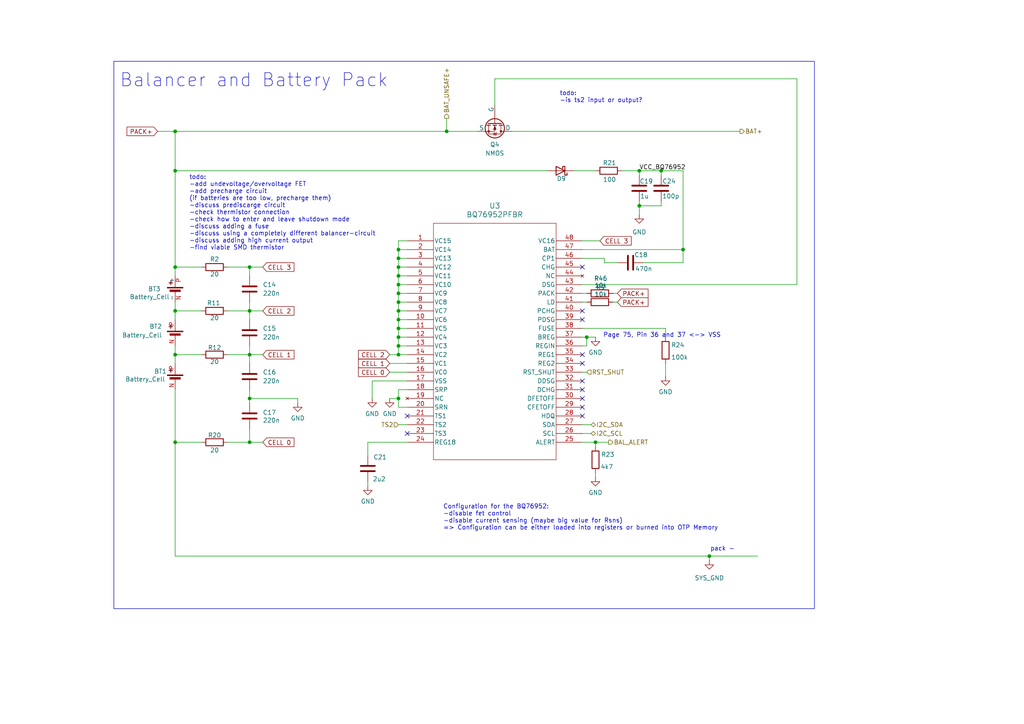
<source format=kicad_sch>
(kicad_sch (version 20250114) (generator "eeschema") (generator_version "9.0")
  (paper "A4")
  (lib_symbols
    (symbol "Battery_Cell_1" (pin_names (offset 0))
      (property "Reference" "BT1" (at 3.81 3.1116 0))
      (property "Value" "Battery_Cell" (at 3.81 0.5716 0))
      (symbol "Battery_Cell_1_0_1"
        (rectangle (start -2.286 1.778) (end 2.286 1.524) (fill (type outline)))
        (rectangle (start -1.524 1.016) (end 1.524 0.508) (fill (type outline)))
        (polyline (pts (xy 0 1.778) (xy 0 2.54)))
        (polyline (pts (xy 0 0.762) (xy 0 0)))
        (polyline (pts (xy 0.762 3.048) (xy 1.778 3.048)) (stroke (width 0.254)))
        (polyline (pts (xy 1.27 3.556) (xy 1.27 2.54)) (stroke (width 0.254)))
      )
      (symbol "Battery_Cell_1_1_1"
        (pin passive line (at 0 5.08 270) (length 2.54) (name "+") (number "P"))
        (pin passive line (at 0 -2.54 90) (length 2.54) (name "-") (number "N"))
      )
    )
    (symbol "Battery_Cell_2" (pin_names (offset 0) (hide yes))
      (property "Reference" "BT2" (at 3.81 3.1116 0))
      (property "Value" "Battery_Cell" (at 3.81 0.5716 0))
      (symbol "Battery_Cell_2_0_1"
        (rectangle (start -2.286 1.778) (end 2.286 1.524) (fill (type outline)))
        (rectangle (start -1.524 1.016) (end 1.524 0.508) (fill (type outline)))
        (polyline (pts (xy 0 1.778) (xy 0 2.54)))
        (polyline (pts (xy 0 0.762) (xy 0 0)))
        (polyline (pts (xy 0.762 3.048) (xy 1.778 3.048)) (stroke (width 0.254)))
        (polyline (pts (xy 1.27 3.556) (xy 1.27 2.54)) (stroke (width 0.254)))
      )
      (symbol "Battery_Cell_2_1_1"
        (pin passive line (at 0 5.08 270) (length 2.54) (name "+") (number "P"))
        (pin passive line (at 0 -2.54 90) (length 2.54) (name "-") (number "N"))
      )
    )
    (symbol "Device:Battery_Cell" (pin_names (offset 0) (hide yes))
      (property "Reference" "BT3" (at 3.81 3.1116 0))
      (property "Value" "Battery_Cell" (at 3.81 0.5716 0))
      (symbol "Battery_Cell_0_1"
        (rectangle (start -2.286 1.778) (end 2.286 1.524) (fill (type outline)))
        (rectangle (start -1.524 1.016) (end 1.524 0.508) (fill (type outline)))
        (polyline (pts (xy 0 1.778) (xy 0 2.54)))
        (polyline (pts (xy 0 0.762) (xy 0 0)))
        (polyline (pts (xy 0.762 3.048) (xy 1.778 3.048)) (stroke (width 0.254)))
        (polyline (pts (xy 1.27 3.556) (xy 1.27 2.54)) (stroke (width 0.254)))
      )
      (symbol "Battery_Cell_1_1"
        (pin passive line (at 0 5.08 270) (length 2.54) (name "+") (number "P"))
        (pin passive line (at 0 -2.54 90) (length 2.54) (name "-") (number "N"))
      )
    )
    (symbol "Device:C" (pin_numbers (hide yes)) (pin_names (offset 0.254))
      (property "Reference" "C" (at 0.635 2.54 0))
      (property "Value" "C" (at 0.635 -2.54 0))
      (symbol "C_0_1"
        (polyline (pts (xy -2.032 0.762) (xy 2.032 0.762)) (stroke (width 0.508)))
        (polyline (pts (xy -2.032 -0.762) (xy 2.032 -0.762)) (stroke (width 0.508)))
      )
      (symbol "C_1_1"
        (pin passive line (at 0 3.81 270) (length 2.794) (name "~") (number "1"))
        (pin passive line (at 0 -3.81 90) (length 2.794) (name "~") (number "2"))
      )
    )
    (symbol "Device:D_Schottky" (pin_numbers (hide yes)) (pin_names (offset 1.016) (hide yes))
      (property "Reference" "D" (at 0 2.54 0))
      (property "Value" "D_Schottky" (at 0 -2.54 0))
      (symbol "D_Schottky_0_1"
        (polyline (pts (xy -1.905 0.635) (xy -1.905 1.27) (xy -1.27 1.27) (xy -1.27 -1.27) (xy -0.635 -1.27) (xy -0.635 -0.635)) (stroke (width 0.254)))
        (polyline (pts (xy 1.27 1.27) (xy 1.27 -1.27) (xy -1.27 0) (xy 1.27 1.27)) (stroke (width 0.254)))
        (polyline (pts (xy 1.27 0) (xy -1.27 0)))
      )
      (symbol "D_Schottky_1_1"
        (pin passive line (at -3.81 0 0) (length 2.54) (name "K") (number "1"))
        (pin passive line (at 3.81 0 180) (length 2.54) (name "A") (number "2"))
      )
    )
    (symbol "Device:R" (pin_numbers (hide yes)) (pin_names (offset 0))
      (property "Reference" "R" (at 2.032 0 90))
      (property "Value" "R" (at 0 0 90))
      (symbol "R_0_1"
        (rectangle (start -1.016 -2.54) (end 1.016 2.54) (stroke (width 0.254)))
      )
      (symbol "R_1_1"
        (pin passive line (at 0 3.81 270) (length 1.27) (name "~") (number "1"))
        (pin passive line (at 0 -3.81 90) (length 1.27) (name "~") (number "2"))
      )
    )
    (symbol "Simulation_SPICE:NMOS" (pin_numbers (hide yes)) (pin_names (offset 0))
      (property "Reference" "Q" (at 5.08 1.27 0))
      (property "Value" "NMOS" (at 5.08 -1.27 0))
      (symbol "NMOS_0_1"
        (polyline (pts (xy 0.254 1.905) (xy 0.254 -1.905)) (stroke (width 0.254)))
        (polyline (pts (xy 0.254 0) (xy -2.54 0)))
        (polyline (pts (xy 0.762 2.286) (xy 0.762 1.27)) (stroke (width 0.254)))
        (polyline (pts (xy 0.762 0.508) (xy 0.762 -0.508)) (stroke (width 0.254)))
        (polyline (pts (xy 0.762 -1.27) (xy 0.762 -2.286)) (stroke (width 0.254)))
        (polyline (pts (xy 0.762 -1.778) (xy 3.302 -1.778) (xy 3.302 1.778) (xy 0.762 1.778)))
        (polyline (pts (xy 1.016 0) (xy 2.032 0.381) (xy 2.032 -0.381) (xy 1.016 0)) (fill (type outline)))
        (circle (center 1.651 0) (radius 2.794) (stroke (width 0.254)))
        (polyline (pts (xy 2.54 2.54) (xy 2.54 1.778)))
        (circle (center 2.54 1.778) (radius 0.254) (fill (type outline)))
        (circle (center 2.54 -1.778) (radius 0.254) (fill (type outline)))
        (polyline (pts (xy 2.54 -2.54) (xy 2.54 0) (xy 0.762 0)))
        (polyline (pts (xy 2.794 0.508) (xy 2.921 0.381) (xy 3.683 0.381) (xy 3.81 0.254)))
        (polyline (pts (xy 3.302 0.381) (xy 2.921 -0.254) (xy 3.683 -0.254) (xy 3.302 0.381)))
      )
      (symbol "NMOS_1_1"
        (pin input line (at -5.08 0 0) (length 2.54) (name "G") (number "2"))
        (pin passive line (at 2.54 5.08 270) (length 2.54) (name "D") (number "1"))
        (pin passive line (at 2.54 -5.08 90) (length 2.54) (name "S") (number "3"))
      )
    )
    (symbol "bq76952:BQ76952PFBR" (pin_names (offset 0.254))
      (property "Reference" "U" (at 25.4 10.16 0))
      (property "Value" "BQ76952PFBR" (at 25.4 7.62 0))
      (symbol "BQ76952PFBR_0_1"
        (polyline (pts (xy 7.62 5.08) (xy 7.62 -63.5)) (stroke (width 0.127)))
        (polyline (pts (xy 7.62 -63.5) (xy 43.18 -63.5)) (stroke (width 0.127)))
        (polyline (pts (xy 43.18 5.08) (xy 7.62 5.08)) (stroke (width 0.127)))
        (polyline (pts (xy 43.18 -63.5) (xy 43.18 5.08)) (stroke (width 0.127)))
        (pin bidirectional line (at 0 0 0) (length 7.62) (name "VC15") (number "1"))
        (pin bidirectional line (at 0 -2.54 0) (length 7.62) (name "VC14") (number "2"))
        (pin bidirectional line (at 0 -5.08 0) (length 7.62) (name "VC13") (number "3"))
        (pin bidirectional line (at 0 -7.62 0) (length 7.62) (name "VC12") (number "4"))
        (pin bidirectional line (at 0 -10.16 0) (length 7.62) (name "VC11") (number "5"))
        (pin bidirectional line (at 0 -12.7 0) (length 7.62) (name "VC10") (number "6"))
        (pin bidirectional line (at 0 -15.24 0) (length 7.62) (name "VC9") (number "7"))
        (pin bidirectional line (at 0 -17.78 0) (length 7.62) (name "VC8") (number "8"))
        (pin bidirectional line (at 0 -20.32 0) (length 7.62) (name "VC7") (number "9"))
        (pin bidirectional line (at 0 -22.86 0) (length 7.62) (name "VC6") (number "10"))
        (pin bidirectional line (at 0 -25.4 0) (length 7.62) (name "VC5") (number "11"))
        (pin bidirectional line (at 0 -27.94 0) (length 7.62) (name "VC4") (number "12"))
        (pin bidirectional line (at 0 -30.48 0) (length 7.62) (name "VC3") (number "13"))
        (pin bidirectional line (at 0 -33.02 0) (length 7.62) (name "VC2") (number "14"))
        (pin bidirectional line (at 0 -35.56 0) (length 7.62) (name "VC1") (number "15"))
        (pin bidirectional line (at 0 -38.1 0) (length 7.62) (name "VC0") (number "16"))
        (pin power_out line (at 0 -40.64 0) (length 7.62) (name "VSS") (number "17"))
        (pin unspecified line (at 0 -43.18 0) (length 7.62) (name "SRP") (number "18"))
        (pin no_connect line (at 0 -45.72 0) (length 7.62) (name "NC") (number "19"))
        (pin unspecified line (at 0 -48.26 0) (length 7.62) (name "SRN") (number "20"))
        (pin bidirectional line (at 0 -50.8 0) (length 7.62) (name "TS1") (number "21"))
        (pin bidirectional line (at 0 -53.34 0) (length 7.62) (name "TS2") (number "22"))
        (pin bidirectional line (at 0 -55.88 0) (length 7.62) (name "TS3") (number "23"))
        (pin bidirectional line (at 0 -58.42 0) (length 7.62) (name "REG18") (number "24"))
        (pin bidirectional line (at 50.8 0 180) (length 7.62) (name "VC16") (number "48"))
        (pin unspecified line (at 50.8 -2.54 180) (length 7.62) (name "BAT") (number "47"))
        (pin unspecified line (at 50.8 -5.08 180) (length 7.62) (name "CP1") (number "46"))
        (pin unspecified line (at 50.8 -7.62 180) (length 7.62) (name "CHG") (number "45"))
        (pin no_connect line (at 50.8 -10.16 180) (length 7.62) (name "NC") (number "44"))
        (pin unspecified line (at 50.8 -12.7 180) (length 7.62) (name "DSG") (number "43"))
        (pin unspecified line (at 50.8 -15.24 180) (length 7.62) (name "PACK") (number "42"))
        (pin unspecified line (at 50.8 -17.78 180) (length 7.62) (name "LD") (number "41"))
        (pin unspecified line (at 50.8 -20.32 180) (length 7.62) (name "PCHG") (number "40"))
        (pin unspecified line (at 50.8 -22.86 180) (length 7.62) (name "PDSG") (number "39"))
        (pin unspecified line (at 50.8 -25.4 180) (length 7.62) (name "FUSE") (number "38"))
        (pin unspecified line (at 50.8 -27.94 180) (length 7.62) (name "BREG") (number "37"))
        (pin unspecified line (at 50.8 -30.48 180) (length 7.62) (name "REGIN") (number "36"))
        (pin bidirectional line (at 50.8 -33.02 180) (length 7.62) (name "REG1") (number "35"))
        (pin bidirectional line (at 50.8 -35.56 180) (length 7.62) (name "REG2") (number "34"))
        (pin unspecified line (at 50.8 -38.1 180) (length 7.62) (name "RST_SHUT") (number "33"))
        (pin unspecified line (at 50.8 -40.64 180) (length 7.62) (name "DDSG") (number "32"))
        (pin unspecified line (at 50.8 -43.18 180) (length 7.62) (name "DCHG") (number "31"))
        (pin unspecified line (at 50.8 -45.72 180) (length 7.62) (name "DFETOFF") (number "30"))
        (pin unspecified line (at 50.8 -48.26 180) (length 7.62) (name "CFETOFF") (number "29"))
        (pin unspecified line (at 50.8 -50.8 180) (length 7.62) (name "HDQ") (number "28"))
        (pin unspecified line (at 50.8 -53.34 180) (length 7.62) (name "SDA") (number "27"))
        (pin unspecified line (at 50.8 -55.88 180) (length 7.62) (name "SCL") (number "26"))
        (pin unspecified line (at 50.8 -58.42 180) (length 7.62) (name "ALERT") (number "25"))
      )
    )
    (symbol "power:GND" (power) (pin_names (offset 0))
      (property "Value" "GND" (at 0 -3.81 0))
      (symbol "GND_0_1"
        (polyline (pts (xy 0 0) (xy 0 -1.27) (xy 1.27 -1.27) (xy 0 -2.54) (xy -1.27 -1.27) (xy 0 -1.27)))
      )
      (symbol "GND_1_1"
        (pin power_in line (at 0 0 270) (length 0) (hide yes) (name "GND") (number "1"))
      )
    )
  )
  (rectangle (start 33.02 17.78) (end 236.22 176.53))
  (text "Page 75, Pin 36 and 37 <-> VSS" (at 192.024 97.282 0) (effects (font (size 1.27 1.27))))
  (text "todo:\n-add undevoltage/overvoltage FET\n-add precharge circuit\n(if batteries are too low, precharge them)\n-discuss prediscarge circuit\n-check thermistor connection\n-check how to enter and leave shutdown mode\n-discuss adding a fuse\n-discuss using a completely different balancer-circuit\n-discuss adding high current output\n-find viable SMD thermistor" (at 54.864 61.722 0) (effects (font (size 1.27 1.27)) (justify left)))
  (text "Balancer and Battery Pack" (at 73.66 23.368 0) (effects (font (size 3.81 3.81))))
  (text "pack -" (at 209.55 159.258 0) (effects (font (size 1.27 1.27))))
  (text "Configuration for the BQ76952:\n-disable fet control\n-disable current sensing (maybe big value for Rsns)\n=> Configuration can be either loaded into registers or burned into OTP Memory" (at 128.524 150.114 0) (effects (font (size 1.27 1.27)) (justify left)))
  (text "todo:\n-is ts2 input or output?" (at 162.306 28.194 0) (effects (font (size 1.27 1.27)) (justify left)))
  (junction (at 115.57 77.47))
  (junction (at 198.12 72.39))
  (junction (at 50.8 128.27))
  (junction (at 50.8 90.17))
  (junction (at 50.8 102.87))
  (junction (at 115.57 92.71))
  (junction (at 115.57 87.63))
  (junction (at 115.57 80.01))
  (junction (at 115.57 95.25))
  (junction (at 115.57 100.33))
  (junction (at 115.57 115.57))
  (junction (at 50.8 38.1))
  (junction (at 115.57 82.55))
  (junction (at 72.39 90.17))
  (junction (at 115.57 90.17))
  (junction (at 170.18 97.79))
  (junction (at 172.72 128.27))
  (junction (at 185.42 59.69))
  (junction (at 115.57 72.39))
  (junction (at 205.74 161.29))
  (junction (at 185.42 49.53))
  (junction (at 50.8 49.53))
  (junction (at 115.57 74.93))
  (junction (at 191.77 49.53))
  (junction (at 50.8 77.47))
  (junction (at 72.39 77.47))
  (junction (at 72.39 128.27))
  (junction (at 115.57 102.87))
  (junction (at 72.39 115.57))
  (junction (at 115.57 85.09))
  (junction (at 115.57 97.79))
  (junction (at 129.54 38.1))
  (junction (at 72.39 102.87))
  (no_connect (at 168.91 92.71))
  (no_connect (at 168.91 120.65))
  (no_connect (at 168.91 102.87))
  (no_connect (at 168.91 90.17))
  (no_connect (at 168.91 115.57))
  (no_connect (at 118.11 120.65))
  (no_connect (at 118.11 125.73))
  (no_connect (at 168.91 105.41))
  (no_connect (at 168.91 118.11))
  (no_connect (at 168.91 110.49))
  (no_connect (at 168.91 113.03))
  (no_connect (at 168.91 77.47))
  (wire (pts (xy 175.26 76.2) (xy 179.07 76.2)))
  (wire (pts (xy 185.42 49.53) (xy 191.77 49.53)))
  (wire (pts (xy 115.57 102.87) (xy 118.11 102.87)))
  (wire (pts (xy 50.8 87.63) (xy 50.8 90.17)))
  (wire (pts (xy 115.57 69.85) (xy 115.57 72.39)))
  (wire (pts (xy 72.39 115.57) (xy 72.39 116.84)))
  (wire (pts (xy 231.14 22.86) (xy 231.14 82.55)))
  (wire (pts (xy 205.74 161.29) (xy 219.71 161.29)))
  (wire (pts (xy 172.72 137.16) (xy 172.72 138.43)))
  (wire (pts (xy 50.8 102.87) (xy 50.8 105.41)))
  (wire (pts (xy 115.57 77.47) (xy 115.57 80.01)))
  (wire (pts (xy 106.68 128.27) (xy 106.68 132.08)))
  (wire (pts (xy 86.36 115.57) (xy 72.39 115.57)))
  (wire (pts (xy 185.42 49.53) (xy 185.42 50.8)))
  (wire (pts (xy 50.8 100.33) (xy 50.8 102.87)))
  (wire (pts (xy 168.91 123.19) (xy 171.45 123.19)))
  (wire (pts (xy 115.57 100.33) (xy 115.57 102.87)))
  (wire (pts (xy 58.42 77.47) (xy 50.8 77.47)))
  (wire (pts (xy 191.77 49.53) (xy 198.12 49.53)))
  (wire (pts (xy 168.91 95.25) (xy 193.04 95.25)))
  (wire (pts (xy 168.91 125.73) (xy 171.45 125.73)))
  (wire (pts (xy 76.2 77.47) (xy 72.39 77.47)))
  (wire (pts (xy 113.03 102.87) (xy 115.57 102.87)))
  (wire (pts (xy 115.57 82.55) (xy 115.57 85.09)))
  (wire (pts (xy 50.8 90.17) (xy 50.8 92.71)))
  (wire (pts (xy 168.91 107.95) (xy 170.18 107.95)))
  (wire (pts (xy 76.2 90.17) (xy 72.39 90.17)))
  (wire (pts (xy 72.39 90.17) (xy 66.04 90.17)))
  (wire (pts (xy 168.91 72.39) (xy 198.12 72.39)))
  (wire (pts (xy 50.8 49.53) (xy 158.75 49.53)))
  (wire (pts (xy 143.51 22.86) (xy 143.51 30.48)))
  (wire (pts (xy 168.91 87.63) (xy 170.18 87.63)))
  (wire (pts (xy 170.18 100.33) (xy 170.18 97.79)))
  (wire (pts (xy 191.77 58.42) (xy 191.77 59.69)))
  (wire (pts (xy 115.57 97.79) (xy 115.57 100.33)))
  (wire (pts (xy 58.42 90.17) (xy 50.8 90.17)))
  (wire (pts (xy 115.57 95.25) (xy 115.57 97.79)))
  (wire (pts (xy 118.11 128.27) (xy 106.68 128.27)))
  (wire (pts (xy 72.39 102.87) (xy 72.39 105.41)))
  (wire (pts (xy 186.69 76.2) (xy 198.12 76.2)))
  (wire (pts (xy 168.91 74.93) (xy 175.26 74.93)))
  (wire (pts (xy 191.77 59.69) (xy 185.42 59.69)))
  (wire (pts (xy 175.26 74.93) (xy 175.26 76.2)))
  (wire (pts (xy 115.57 92.71) (xy 115.57 95.25)))
  (wire (pts (xy 172.72 129.54) (xy 172.72 128.27)))
  (wire (pts (xy 86.36 116.84) (xy 86.36 115.57)))
  (wire (pts (xy 50.8 128.27) (xy 50.8 113.03)))
  (wire (pts (xy 115.57 80.01) (xy 115.57 82.55)))
  (wire (pts (xy 50.8 77.47) (xy 50.8 80.01)))
  (wire (pts (xy 115.57 95.25) (xy 118.11 95.25)))
  (wire (pts (xy 168.91 69.85) (xy 173.99 69.85)))
  (wire (pts (xy 50.8 161.29) (xy 205.74 161.29)))
  (wire (pts (xy 118.11 118.11) (xy 115.57 118.11)))
  (wire (pts (xy 50.8 38.1) (xy 129.54 38.1)))
  (wire (pts (xy 143.51 22.86) (xy 231.14 22.86)))
  (wire (pts (xy 115.57 72.39) (xy 115.57 74.93)))
  (wire (pts (xy 115.57 92.71) (xy 118.11 92.71)))
  (wire (pts (xy 76.2 102.87) (xy 72.39 102.87)))
  (wire (pts (xy 113.03 107.95) (xy 118.11 107.95)))
  (wire (pts (xy 168.91 82.55) (xy 231.14 82.55)))
  (wire (pts (xy 191.77 49.53) (xy 191.77 50.8)))
  (wire (pts (xy 50.8 161.29) (xy 50.8 128.27)))
  (wire (pts (xy 177.8 85.09) (xy 179.07 85.09)))
  (wire (pts (xy 172.72 128.27) (xy 176.53 128.27)))
  (wire (pts (xy 72.39 124.46) (xy 72.39 128.27)))
  (wire (pts (xy 107.95 110.49) (xy 118.11 110.49)))
  (wire (pts (xy 72.39 77.47) (xy 66.04 77.47)))
  (wire (pts (xy 115.57 87.63) (xy 118.11 87.63)))
  (wire (pts (xy 106.68 139.7) (xy 106.68 140.97)))
  (wire (pts (xy 115.57 115.57) (xy 115.57 113.03)))
  (wire (pts (xy 115.57 74.93) (xy 115.57 77.47)))
  (wire (pts (xy 198.12 49.53) (xy 198.12 72.39)))
  (wire (pts (xy 115.57 85.09) (xy 118.11 85.09)))
  (wire (pts (xy 72.39 128.27) (xy 66.04 128.27)))
  (wire (pts (xy 168.91 100.33) (xy 170.18 100.33)))
  (wire (pts (xy 115.57 90.17) (xy 115.57 92.71)))
  (wire (pts (xy 170.18 97.79) (xy 168.91 97.79)))
  (wire (pts (xy 72.39 113.03) (xy 72.39 115.57)))
  (wire (pts (xy 72.39 90.17) (xy 72.39 92.71)))
  (wire (pts (xy 72.39 102.87) (xy 66.04 102.87)))
  (wire (pts (xy 113.03 115.57) (xy 115.57 115.57)))
  (wire (pts (xy 170.18 85.09) (xy 168.91 85.09)))
  (wire (pts (xy 148.59 38.1) (xy 214.63 38.1)))
  (wire (pts (xy 185.42 58.42) (xy 185.42 59.69)))
  (wire (pts (xy 205.74 162.56) (xy 205.74 161.29)))
  (wire (pts (xy 58.42 102.87) (xy 50.8 102.87)))
  (wire (pts (xy 115.57 74.93) (xy 118.11 74.93)))
  (wire (pts (xy 115.57 118.11) (xy 115.57 115.57)))
  (wire (pts (xy 118.11 97.79) (xy 115.57 97.79)))
  (wire (pts (xy 72.39 100.33) (xy 72.39 102.87)))
  (wire (pts (xy 107.95 115.57) (xy 107.95 110.49)))
  (wire (pts (xy 198.12 76.2) (xy 198.12 72.39)))
  (wire (pts (xy 118.11 69.85) (xy 115.57 69.85)))
  (wire (pts (xy 115.57 85.09) (xy 115.57 87.63)))
  (wire (pts (xy 115.57 87.63) (xy 115.57 90.17)))
  (wire (pts (xy 115.57 123.19) (xy 118.11 123.19)))
  (wire (pts (xy 129.54 38.1) (xy 138.43 38.1)))
  (wire (pts (xy 177.8 87.63) (xy 179.07 87.63)))
  (wire (pts (xy 115.57 72.39) (xy 118.11 72.39)))
  (wire (pts (xy 115.57 100.33) (xy 118.11 100.33)))
  (wire (pts (xy 115.57 113.03) (xy 118.11 113.03)))
  (wire (pts (xy 113.03 105.41) (xy 118.11 105.41)))
  (wire (pts (xy 170.18 97.79) (xy 172.72 97.79)))
  (wire (pts (xy 185.42 59.69) (xy 185.42 62.23)))
  (wire (pts (xy 115.57 82.55) (xy 118.11 82.55)))
  (wire (pts (xy 72.39 77.47) (xy 72.39 80.01)))
  (wire (pts (xy 72.39 87.63) (xy 72.39 90.17)))
  (wire (pts (xy 193.04 105.41) (xy 193.04 109.22)))
  (wire (pts (xy 50.8 38.1) (xy 50.8 49.53)))
  (wire (pts (xy 168.91 128.27) (xy 172.72 128.27)))
  (wire (pts (xy 115.57 90.17) (xy 118.11 90.17)))
  (wire (pts (xy 115.57 77.47) (xy 118.11 77.47)))
  (wire (pts (xy 166.37 49.53) (xy 172.72 49.53)))
  (wire (pts (xy 58.42 128.27) (xy 50.8 128.27)))
  (wire (pts (xy 45.72 38.1) (xy 50.8 38.1)))
  (wire (pts (xy 50.8 49.53) (xy 50.8 77.47)))
  (wire (pts (xy 115.57 80.01) (xy 118.11 80.01)))
  (wire (pts (xy 76.2 128.27) (xy 72.39 128.27)))
  (wire (pts (xy 129.54 34.29) (xy 129.54 38.1)))
  (wire (pts (xy 193.04 97.79) (xy 193.04 95.25)))
  (wire (pts (xy 180.34 49.53) (xy 185.42 49.53)))
  (label "VCC_BQ76952" (at 185.42 49.53 0))
  (global_label "CELL 3" (shape input) (at 173.99 69.85 0) (property "Intersheetrefs" "${INTERSHEET_REFS}" (effects (hide yes))))
  (global_label "PACK+" (shape input) (at 179.07 85.09 0) (property "Intersheetrefs" "${INTERSHEET_REFS}" (effects (hide yes))))
  (global_label "PACK+" (shape input) (at 45.72 38.1 180) (property "Intersheetrefs" "${INTERSHEET_REFS}" (effects (hide yes))))
  (global_label "CELL 0" (shape input) (at 76.2 128.27 0) (property "Intersheetrefs" "${INTERSHEET_REFS}" (effects (hide yes))))
  (global_label "CELL 0" (shape input) (at 113.03 107.95 180) (property "Intersheetrefs" "${INTERSHEET_REFS}" (effects (hide yes))))
  (global_label "CELL 1" (shape input) (at 113.03 105.41 180) (property "Intersheetrefs" "${INTERSHEET_REFS}" (effects (hide yes))))
  (global_label "CELL 2" (shape input) (at 76.2 90.17 0) (property "Intersheetrefs" "${INTERSHEET_REFS}" (effects (hide yes))))
  (global_label "CELL 2" (shape input) (at 113.03 102.87 180) (property "Intersheetrefs" "${INTERSHEET_REFS}" (effects (hide yes))))
  (global_label "CELL 3" (shape input) (at 76.2 77.47 0) (property "Intersheetrefs" "${INTERSHEET_REFS}" (effects (hide yes))))
  (global_label "CELL 1" (shape input) (at 76.2 102.87 0) (property "Intersheetrefs" "${INTERSHEET_REFS}" (effects (hide yes))))
  (global_label "PACK+" (shape input) (at 179.07 87.63 0) (property "Intersheetrefs" "${INTERSHEET_REFS}" (effects (hide yes))))
  (hierarchical_label "BAT_UNSAFE+" (shape output) (at 129.54 34.29 90))
  (hierarchical_label "I2C_SCL" (shape bidirectional) (at 171.45 125.73 0))
  (hierarchical_label "BAL_ALERT" (shape output) (at 176.53 128.27 0))
  (hierarchical_label "BAT+" (shape output) (at 214.63 38.1 0))
  (hierarchical_label "TS2" (shape input) (at 115.57 123.19 180))
  (hierarchical_label "I2C_SDA" (shape bidirectional) (at 171.45 123.19 0))
  (hierarchical_label "RST_SHUT" (shape input) (at 170.18 107.95 0))
  (symbol (lib_id "Device:C") (at 72.39 109.22 0) (mirror y) (unit 1)
    (property "Reference" "C16" (at 76.2 107.9499 0) (effects (justify right)))
    (property "Value" "220n" (at 76.2 110.4899 0) (effects (justify right)))
    (property "Footprint" "Capacitor_SMD:C_0603_1608Metric" (effects (hide yes)))
    (property "Description" "Unpolarized capacitor" (effects (hide yes)))
    (property "LCSC" "C21120" (effects (hide yes)))
  )
  (symbol (lib_id "Device:R") (at 62.23 102.87 90) (mirror x) (unit 1)
    (property "Reference" "R12" (at 62.23 100.838 90))
    (property "Value" "20" (at 62.23 104.902 90))
    (property "Footprint" "Resistor_SMD:R_1206_3216Metric" (effects (hide yes)))
    (property "Description" "Resistor" (effects (hide yes)))
    (property "LCSC" "C17955" (effects (hide yes)))
  )
  (symbol (lib_id "bq76952:BQ76952PFBR") (at 118.11 69.85 0) (unit 1)
    (property "Reference" "U3" (at 143.51 59.69 0) (effects (font (size 1.524 1.524))))
    (property "Value" "BQ76952PFBR" (at 143.51 62.23 0) (effects (font (size 1.524 1.524))))
    (property "Footprint" "Package_QFP:TQFP-48_7x7mm_P0.5mm" (effects (hide yes)))
    (property "Datasheet" "https://www.ti.com/lit/ds/symlink/bq76952.pdf" (effects (hide yes)))
    (property "LCSC" "C2862742" (effects (hide yes)))
  )
  (symbol (lib_id "Device:R") (at 62.23 90.17 90) (mirror x) (unit 1)
    (property "Reference" "R11" (at 61.976 87.884 90))
    (property "Value" "20" (at 62.23 92.202 90))
    (property "Footprint" "Resistor_SMD:R_1206_3216Metric" (effects (hide yes)))
    (property "Description" "Resistor" (effects (hide yes)))
    (property "LCSC" "C17955" (effects (hide yes)))
  )
  (symbol (lib_id "power:GND") (at 193.04 109.22 0) (unit 1)
    (property "Reference" "#PWR052" (effects (hide yes)))
    (property "Value" "GND" (at 193.04 113.6634 0))
  )
  (symbol (lib_id "Device:Battery_Cell") (at 50.8 110.49 0) (mirror y) (unit 1)
    (property "Reference" "BT1" (at 44.704 107.696 0) (effects (justify right)))
    (property "Value" "Battery_Cell" (at 36.322 109.982 0) (effects (justify right)))
    (property "Footprint" "Inductor Wuerth:BAT_1043" (effects (hide yes)))
    (property "Datasheet" "https://www.mouser.de/datasheet/2/215/1043-745411.pdf" (effects (hide yes)))
    (property "Description" "Single-cell battery" (effects (hide yes)))
  )
  (symbol (lib_id "Device:C") (at 106.68 135.89 180) (unit 1)
    (property "Reference" "C21" (at 110.236 132.588 0))
    (property "Value" "2u2" (at 109.982 138.938 0))
    (property "Footprint" "Capacitor_SMD:C_0805_2012Metric" (effects (hide yes)))
    (property "Description" "Unpolarized capacitor" (effects (hide yes)))
    (property "LCSC" "C377773" (effects (hide yes)))
  )
  (symbol (lib_id "Device:D_Schottky") (at 162.56 49.53 180) (unit 1)
    (property "Reference" "D9" (at 162.814 51.816 0))
    (property "Footprint" "Diode_SMD:D_SOD-323" (effects (hide yes)))
    (property "Datasheet" "https://www.lcsc.com/datasheet/C191023.pdf" (effects (hide yes)))
    (property "Description" "Schottky diode" (effects (hide yes)))
    (property "LCSC" "C191023" (effects (hide yes)))
  )
  (symbol (lib_id "power:GND") (at 172.72 138.43 0) (unit 1)
    (property "Reference" "#PWR043" (effects (hide yes)))
    (property "Value" "GND" (at 172.72 142.8734 0))
  )
  (symbol (lib_id "Simulation_SPICE:NMOS") (at 143.51 35.56 270) (unit 1)
    (property "Reference" "Q4" (at 143.51 41.91 90))
    (property "Value" "NMOS" (at 143.51 44.45 90))
    (property "Datasheet" "https://ngspice.sourceforge.io/docs/ngspice-html-manual/manual.xhtml#cha_MOSFETs" (effects (hide yes)))
    (property "Description" "N-MOSFET transistor, drain/source/gate" (effects (hide yes)))
    (property "Sim.Device" "NMOS" (effects (hide yes)))
    (property "Sim.Type" "VDMOS" (effects (hide yes)))
    (property "Sim.Pins" "1=D 2=G 3=S" (effects (hide yes)))
  )
  (symbol (lib_id "power:GND") (at 185.42 62.23 0) (unit 1)
    (property "Reference" "#PWR05" (effects (hide yes)))
    (property "Value" "GND" (at 185.42 67.31 0))
  )
  (symbol (lib_id "Device:R") (at 193.04 101.6 0) (unit 1)
    (property "Reference" "R24" (at 196.596 100.076 0))
    (property "Value" "100k" (at 197.104 103.632 0))
    (property "Footprint" "Resistor_SMD:R_0603_1608Metric" (effects (hide yes)))
    (property "Description" "Resistor" (effects (hide yes)))
    (property "LCSC" "C25741" (effects (hide yes)))
  )
  (symbol (lib_id "power:GND") (at 107.95 115.57 0) (unit 1)
    (property "Reference" "#PWR047" (effects (hide yes)))
    (property "Value" "GND" (at 107.95 120.0134 0))
  )
  (symbol (lib_id "power:GND") (at 106.68 140.97 0) (unit 1)
    (property "Reference" "#PWR078" (effects (hide yes)))
    (property "Value" "GND" (at 106.68 145.4134 0))
  )
  (symbol (lib_id "Device:C") (at 72.39 120.65 0) (mirror y) (unit 1)
    (property "Reference" "C17" (at 76.2 119.634 0) (effects (justify right)))
    (property "Value" "220n" (at 76.2 121.9199 0) (effects (justify right)))
    (property "Footprint" "Capacitor_SMD:C_0603_1608Metric" (effects (hide yes)))
    (property "Description" "Unpolarized capacitor" (effects (hide yes)))
    (property "LCSC" "C21120" (effects (hide yes)))
  )
  (symbol (lib_name "Battery_Cell_1") (lib_id "Device:Battery_Cell") (at 50.8 85.09 0) (mirror y) (unit 1)
    (property "Reference" "BT3" (at 42.926 83.82 0) (effects (justify right)))
    (property "Value" "Battery_Cell" (at 37.592 86.106 0) (effects (justify right)))
    (property "Footprint" "Inductor Wuerth:BAT_1043" (effects (hide yes)))
    (property "Datasheet" "https://www.mouser.de/datasheet/2/215/1043-745411.pdf" (effects (hide yes)))
    (property "Description" "Single-cell battery" (effects (hide yes)))
  )
  (symbol (lib_id "power:GND") (at 172.72 97.79 0) (unit 1)
    (property "Reference" "#PWR044" (effects (hide yes)))
    (property "Value" "GND" (at 172.72 102.2334 0))
  )
  (symbol (lib_id "power:GND") (at 113.03 115.57 0) (unit 1)
    (property "Reference" "#PWR079" (effects (hide yes)))
    (property "Value" "GND" (at 113.03 120.0134 0))
  )
  (symbol (lib_id "Device:R") (at 62.23 128.27 90) (mirror x) (unit 1)
    (property "Reference" "R20" (at 62.23 126.238 90))
    (property "Value" "20" (at 62.23 130.556 90))
    (property "Footprint" "Resistor_SMD:R_1206_3216Metric" (effects (hide yes)))
    (property "Description" "Resistor" (effects (hide yes)))
    (property "LCSC" "C17955" (effects (hide yes)))
  )
  (symbol (lib_id "Device:C") (at 72.39 83.82 0) (mirror y) (unit 1)
    (property "Reference" "C14" (at 76.2 82.5499 0) (effects (justify right)))
    (property "Value" "220n" (at 76.2 85.0899 0) (effects (justify right)))
    (property "Footprint" "Capacitor_SMD:C_0603_1608Metric" (effects (hide yes)))
    (property "Description" "Unpolarized capacitor" (effects (hide yes)))
    (property "LCSC" "C21120" (effects (hide yes)))
  )
  (symbol (lib_id "Device:C") (at 72.39 96.52 0) (mirror y) (unit 1)
    (property "Reference" "C15" (at 76.2 95.2499 0) (effects (justify right)))
    (property "Value" "220n" (at 76.2 97.7899 0) (effects (justify right)))
    (property "Footprint" "Capacitor_SMD:C_0603_1608Metric" (effects (hide yes)))
    (property "Description" "Unpolarized capacitor" (effects (hide yes)))
    (property "LCSC" "C21120" (effects (hide yes)))
  )
  (symbol (lib_id "Device:C") (at 185.42 54.61 180) (unit 1)
    (property "Reference" "C19" (at 187.452 52.578 0))
    (property "Value" "1u" (at 186.944 56.896 0))
    (property "Footprint" "Capacitor_SMD:C_0805_2012Metric" (effects (hide yes)))
    (property "Description" "Unpolarized capacitor" (effects (hide yes)))
  )
  (symbol (lib_id "Device:R") (at 172.72 133.35 0) (unit 1)
    (property "Reference" "R23" (at 176.276 131.826 0))
    (property "Value" "4k7" (at 176.022 135.382 0))
    (property "Footprint" "Resistor_SMD:R_0603_1608Metric" (effects (hide yes)))
    (property "Description" "Resistor" (effects (hide yes)))
    (property "LCSC" "C25900" (effects (hide yes)))
  )
  (symbol (lib_id "Device:R") (at 176.53 49.53 90) (unit 1)
    (property "Reference" "R21" (at 176.784 47.244 90))
    (property "Value" "100" (at 176.784 52.07 90))
    (property "Footprint" "Resistor_SMD:R_0603_1608Metric" (effects (hide yes)))
    (property "Datasheet" "https://www.lcsc.com/datasheet/C98220.pdf" (effects (hide yes)))
    (property "Description" "Resistor" (effects (hide yes)))
    (property "LCSC" "C98220" (effects (hide yes)))
  )
  (symbol (lib_id "Device:C") (at 182.88 76.2 90) (unit 1)
    (property "Reference" "C18" (at 185.928 73.914 90))
    (property "Value" "470n" (at 186.69 77.978 90))
    (property "Footprint" "Capacitor_SMD:C_0603_1608Metric" (effects (hide yes)))
    (property "Description" "Unpolarized capacitor" (effects (hide yes)))
    (property "LCSC" "C1623" (effects (hide yes)))
  )
  (symbol (lib_id "Device:C") (at 191.77 54.61 180) (unit 1)
    (property "Reference" "C24" (at 194.056 52.578 0))
    (property "Value" "100p" (at 194.564 56.896 0))
    (property "Footprint" "Capacitor_SMD:C_0603_1608Metric" (effects (hide yes)))
    (property "Description" "Unpolarized capacitor" (effects (hide yes)))
  )
  (symbol (lib_id "Device:R") (at 173.99 85.09 90) (unit 1)
    (property "Reference" "R46" (at 174.244 80.772 90))
    (property "Value" "10k" (at 174.244 82.804 90))
    (property "Footprint" "Resistor_SMD:R_0402_1005Metric" (effects (hide yes)))
    (property "Description" "Resistor" (effects (hide yes)))
    (property "LCSC" "C25744" (effects (hide yes)))
  )
  (symbol (lib_id "power:GND") (at 86.36 116.84 0) (unit 1)
    (property "Reference" "#PWR072" (effects (hide yes)))
    (property "Value" "GND" (at 86.36 121.2834 0))
  )
  (symbol (lib_id "power:GND") (at 205.74 162.56 0) (unit 1)
    (property "Reference" "#PWR071" (effects (hide yes)))
    (property "Value" "SYS_GND" (at 205.74 167.64 0))
  )
  (symbol (lib_id "Device:R") (at 173.99 87.63 90) (unit 1)
    (property "Reference" "R9" (at 174.244 83.312 90))
    (property "Value" "10k" (at 174.244 85.344 90))
    (property "Footprint" "Resistor_SMD:R_0402_1005Metric" (effects (hide yes)))
    (property "Description" "Resistor" (effects (hide yes)))
    (property "LCSC" "C25744" (effects (hide yes)))
  )
  (symbol (lib_id "Device:R") (at 62.23 77.47 90) (mirror x) (unit 1)
    (property "Reference" "R2" (at 62.23 75.184 90))
    (property "Value" "20" (at 62.23 79.502 90))
    (property "Footprint" "Resistor_SMD:R_1206_3216Metric" (effects (hide yes)))
    (property "Description" "Resistor" (effects (hide yes)))
    (property "LCSC" "C17955" (effects (hide yes)))
  )
  (symbol (lib_name "Battery_Cell_2") (lib_id "Device:Battery_Cell") (at 50.8 97.79 0) (mirror y) (unit 1)
    (property "Reference" "BT2" (at 46.99 94.6784 0) (effects (justify left)))
    (property "Value" "Battery_Cell" (at 46.99 97.2184 0) (effects (justify left)))
    (property "Footprint" "Inductor Wuerth:BAT_1043" (effects (hide yes)))
    (property "Datasheet" "https://www.mouser.de/datasheet/2/215/1043-745411.pdf" (effects (hide yes)))
    (property "Description" "Single-cell battery" (effects (hide yes)))
  )
)
</source>
